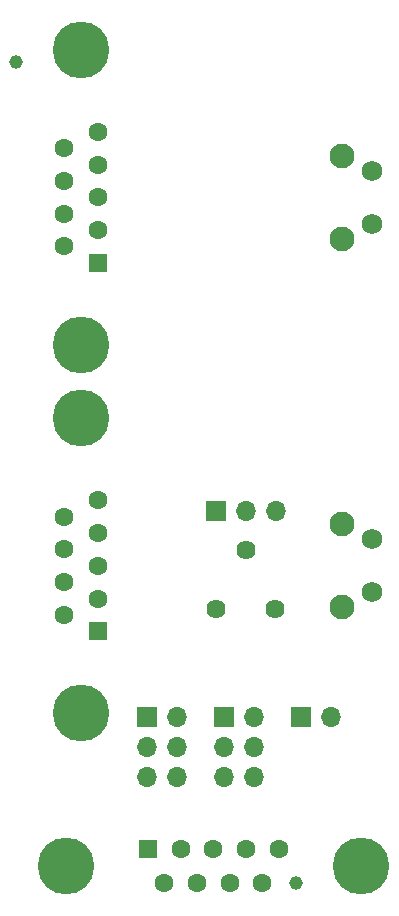
<source format=gbs>
%TF.GenerationSoftware,KiCad,Pcbnew,5.1.12-84ad8e8a86~92~ubuntu20.04.1*%
%TF.CreationDate,2021-12-12T16:01:27+01:00*%
%TF.ProjectId,C64 Joystick Switcher,43363420-4a6f-4797-9374-69636b205377,rev?*%
%TF.SameCoordinates,PX5b1e2c0PY21e9a40*%
%TF.FileFunction,Soldermask,Bot*%
%TF.FilePolarity,Negative*%
%FSLAX46Y46*%
G04 Gerber Fmt 4.6, Leading zero omitted, Abs format (unit mm)*
G04 Created by KiCad (PCBNEW 5.1.12-84ad8e8a86~92~ubuntu20.04.1) date 2021-12-12 16:01:27*
%MOMM*%
%LPD*%
G01*
G04 APERTURE LIST*
%ADD10C,1.152000*%
%ADD11C,1.620000*%
%ADD12C,2.100000*%
%ADD13C,1.750000*%
%ADD14R,1.600000X1.600000*%
%ADD15C,1.600000*%
%ADD16C,4.800000*%
%ADD17R,1.700000X1.700000*%
%ADD18O,1.700000X1.700000*%
G04 APERTURE END LIST*
D10*
%TO.C,TH*%
X27256000Y-73440000D03*
%TD*%
%TO.C,TH*%
X3556000Y-3940000D03*
%TD*%
D11*
%TO.C,RV1*%
X25496000Y-50240000D03*
X22996000Y-45240000D03*
X20496000Y-50240000D03*
%TD*%
D12*
%TO.C,SW2*%
X31166000Y-11900000D03*
D13*
X33656000Y-13150000D03*
X33656000Y-17650000D03*
D12*
X31166000Y-18910000D03*
%TD*%
%TO.C,SW1*%
X31166000Y-43100000D03*
D13*
X33656000Y-44350000D03*
X33656000Y-48850000D03*
D12*
X31166000Y-50110000D03*
%TD*%
D14*
%TO.C,J2*%
X10456000Y-20940000D03*
D15*
X10456000Y-18170000D03*
X10456000Y-15400000D03*
X10456000Y-12630000D03*
X10456000Y-9860000D03*
X7616000Y-19555000D03*
X7616000Y-16785000D03*
X7616000Y-14015000D03*
X7616000Y-11245000D03*
D16*
X9036000Y-2900000D03*
X9036000Y-27900000D03*
%TD*%
D14*
%TO.C,J1*%
X10456000Y-52140000D03*
D15*
X10456000Y-49370000D03*
X10456000Y-46600000D03*
X10456000Y-43830000D03*
X10456000Y-41060000D03*
X7616000Y-50755000D03*
X7616000Y-47985000D03*
X7616000Y-45215000D03*
X7616000Y-42445000D03*
D16*
X9036000Y-34100000D03*
X9036000Y-59100000D03*
%TD*%
D14*
%TO.C,J3*%
X14692000Y-70580000D03*
D15*
X17462000Y-70580000D03*
X20232000Y-70580000D03*
X23002000Y-70580000D03*
X25772000Y-70580000D03*
X16077000Y-73420000D03*
X18847000Y-73420000D03*
X21617000Y-73420000D03*
X24387000Y-73420000D03*
D16*
X7732000Y-72000000D03*
X32732000Y-72000000D03*
%TD*%
D17*
%TO.C,JP1*%
X27656000Y-59440000D03*
D18*
X30196000Y-59440000D03*
%TD*%
D17*
%TO.C,J4*%
X21156000Y-59440000D03*
D18*
X23696000Y-59440000D03*
X21156000Y-61980000D03*
X23696000Y-61980000D03*
X21156000Y-64520000D03*
X23696000Y-64520000D03*
%TD*%
D17*
%TO.C,J5*%
X14656000Y-59440000D03*
D18*
X17196000Y-59440000D03*
X14656000Y-61980000D03*
X17196000Y-61980000D03*
X14656000Y-64520000D03*
X17196000Y-64520000D03*
%TD*%
D17*
%TO.C,JP2*%
X20456000Y-41940000D03*
D18*
X22996000Y-41940000D03*
X25536000Y-41940000D03*
%TD*%
M02*

</source>
